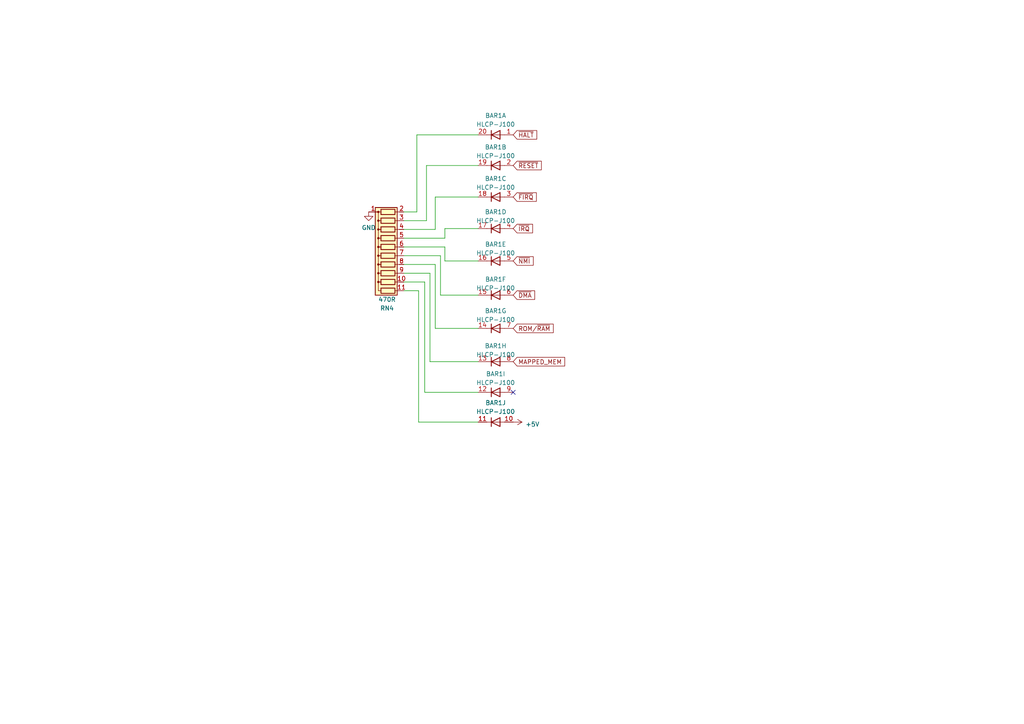
<source format=kicad_sch>
(kicad_sch (version 20230121) (generator eeschema)
  (paper "A4")
  (lib_symbols
    (symbol "Device:R_Network10" (pin_names (offset 0) hide)
      (property "Reference" "RN" (at -15.24 0 90))
      (property "Value" "R_Network10" (at 12.7 0 90))
      (symbol "R_Network10_0_1"
        (rectangle (start -13.97 -3.175) (end 11.43 3.175) (stroke (width 0.254)) (fill (type background)))
        (rectangle (start -13.462 1.524) (end -11.938 -2.54) (stroke (width 0.254)))
        (circle (center -12.7 2.286) (radius 0.254) (fill (type outline)))
        (rectangle (start -10.922 1.524) (end -9.398 -2.54) (stroke (width 0.254)))
        (circle (center -10.16 2.286) (radius 0.254) (fill (type outline)))
        (rectangle (start -8.382 1.524) (end -6.858 -2.54) (stroke (width 0.254)))
        (circle (center -7.62 2.286) (radius 0.254) (fill (type outline)))
        (rectangle (start -5.842 1.524) (end -4.318 -2.54) (stroke (width 0.254)))
        (circle (center -5.08 2.286) (radius 0.254) (fill (type outline)))
        (rectangle (start -3.302 1.524) (end -1.778 -2.54) (stroke (width 0.254)))
        (circle (center -2.54 2.286) (radius 0.254) (fill (type outline)))
        (rectangle (start -0.762 1.524) (end 0.762 -2.54) (stroke (width 0.254)))
        (polyline (pts (xy -12.7 -2.54) (xy -12.7 -3.81)))
        (polyline (pts (xy -10.16 -2.54) (xy -10.16 -3.81)))
        (polyline (pts (xy -7.62 -2.54) (xy -7.62 -3.81)))
        (polyline (pts (xy -5.08 -2.54) (xy -5.08 -3.81)))
        (polyline (pts (xy -2.54 -2.54) (xy -2.54 -3.81)))
        (polyline (pts (xy 0 -2.54) (xy 0 -3.81)))
        (polyline (pts (xy 2.54 -2.54) (xy 2.54 -3.81)))
        (polyline (pts (xy 5.08 -2.54) (xy 5.08 -3.81)))
        (polyline (pts (xy 7.62 -2.54) (xy 7.62 -3.81)))
        (polyline (pts (xy 10.16 -2.54) (xy 10.16 -3.81)))
        (polyline (pts (xy -12.7 1.524) (xy -12.7 2.286) (xy -10.16 2.286) (xy -10.16 1.524)))
        (polyline (pts (xy -10.16 1.524) (xy -10.16 2.286) (xy -7.62 2.286) (xy -7.62 1.524)))
        (polyline (pts (xy -7.62 1.524) (xy -7.62 2.286) (xy -5.08 2.286) (xy -5.08 1.524)))
        (polyline (pts (xy -5.08 1.524) (xy -5.08 2.286) (xy -2.54 2.286) (xy -2.54 1.524)))
        (polyline (pts (xy -2.54 1.524) (xy -2.54 2.286) (xy 0 2.286) (xy 0 1.524)))
        (polyline (pts (xy 0 1.524) (xy 0 2.286) (xy 2.54 2.286) (xy 2.54 1.524)))
        (polyline (pts (xy 2.54 1.524) (xy 2.54 2.286) (xy 5.08 2.286) (xy 5.08 1.524)))
        (polyline (pts (xy 5.08 1.524) (xy 5.08 2.286) (xy 7.62 2.286) (xy 7.62 1.524)))
        (polyline (pts (xy 7.62 1.524) (xy 7.62 2.286) (xy 10.16 2.286) (xy 10.16 1.524)))
        (circle (center 0 2.286) (radius 0.254) (fill (type outline)))
        (rectangle (start 1.778 1.524) (end 3.302 -2.54) (stroke (width 0.254)))
        (circle (center 2.54 2.286) (radius 0.254) (fill (type outline)))
        (rectangle (start 4.318 1.524) (end 5.842 -2.54) (stroke (width 0.254)))
        (circle (center 5.08 2.286) (radius 0.254) (fill (type outline)))
        (rectangle (start 6.858 1.524) (end 8.382 -2.54) (stroke (width 0.254)))
        (circle (center 7.62 2.286) (radius 0.254) (fill (type outline)))
        (rectangle (start 9.398 1.524) (end 10.922 -2.54) (stroke (width 0.254)))
      )
      (symbol "R_Network10_1_1"
        (pin passive line (at -12.7 5.08 270) (length 2.54) (name "common") (number "1"))
        (pin passive line (at 7.62 -5.08 90) (length 1.27) (name "R9") (number "10"))
        (pin passive line (at 10.16 -5.08 90) (length 1.27) (name "R10") (number "11"))
        (pin passive line (at -12.7 -5.08 90) (length 1.27) (name "R1") (number "2"))
        (pin passive line (at -10.16 -5.08 90) (length 1.27) (name "R2") (number "3"))
        (pin passive line (at -7.62 -5.08 90) (length 1.27) (name "R3") (number "4"))
        (pin passive line (at -5.08 -5.08 90) (length 1.27) (name "R4") (number "5"))
        (pin passive line (at -2.54 -5.08 90) (length 1.27) (name "R5") (number "6"))
        (pin passive line (at 0 -5.08 90) (length 1.27) (name "R6") (number "7"))
        (pin passive line (at 2.54 -5.08 90) (length 1.27) (name "R7") (number "8"))
        (pin passive line (at 5.08 -5.08 90) (length 1.27) (name "R8") (number "9"))
      )
    )
    (symbol "LED:HLCP-J100" (pin_names (offset 1.016) hide)
      (property "Reference" "BAR" (at 0 3.81 0))
      (property "Value" "HLCP-J100" (at 0 -3.81 0))
      (symbol "HLCP-J100_0_1"
        (polyline (pts (xy -2.54 0) (xy 2.54 0)))
        (polyline (pts (xy 1.27 -1.27) (xy 1.27 1.27)) (stroke (width 0.254)))
        (polyline (pts (xy -1.27 1.27) (xy -1.27 -1.27) (xy 1.27 0) (xy -1.27 1.27)) (stroke (width 0.254)))
      )
      (symbol "HLCP-J100_1_1"
        (pin passive line (at -5.08 0 0) (length 2.54) (name "A") (number "1"))
        (pin passive line (at 5.08 0 180) (length 2.54) (name "K") (number "20"))
      )
      (symbol "HLCP-J100_2_1"
        (pin passive line (at 5.08 0 180) (length 2.54) (name "K") (number "19"))
        (pin passive line (at -5.08 0 0) (length 2.54) (name "A") (number "2"))
      )
      (symbol "HLCP-J100_3_1"
        (pin passive line (at 5.08 0 180) (length 2.54) (name "K") (number "18"))
        (pin passive line (at -5.08 0 0) (length 2.54) (name "A") (number "3"))
      )
      (symbol "HLCP-J100_4_1"
        (pin passive line (at 5.08 0 180) (length 2.54) (name "K") (number "17"))
        (pin passive line (at -5.08 0 0) (length 2.54) (name "A") (number "4"))
      )
      (symbol "HLCP-J100_5_1"
        (pin passive line (at 5.08 0 180) (length 2.54) (name "K") (number "16"))
        (pin passive line (at -5.08 0 0) (length 2.54) (name "A") (number "5"))
      )
      (symbol "HLCP-J100_6_1"
        (pin passive line (at 5.08 0 180) (length 2.54) (name "K") (number "15"))
        (pin passive line (at -5.08 0 0) (length 2.54) (name "A") (number "6"))
      )
      (symbol "HLCP-J100_7_1"
        (pin passive line (at 5.08 0 180) (length 2.54) (name "K") (number "14"))
        (pin passive line (at -5.08 0 0) (length 2.54) (name "A") (number "7"))
      )
      (symbol "HLCP-J100_8_1"
        (pin passive line (at 5.08 0 180) (length 2.54) (name "K") (number "13"))
        (pin passive line (at -5.08 0 0) (length 2.54) (name "A") (number "8"))
      )
      (symbol "HLCP-J100_9_1"
        (pin passive line (at 5.08 0 180) (length 2.54) (name "K") (number "12"))
        (pin passive line (at -5.08 0 0) (length 2.54) (name "A") (number "9"))
      )
      (symbol "HLCP-J100_10_1"
        (pin passive line (at -5.08 0 0) (length 2.54) (name "A") (number "10"))
        (pin passive line (at 5.08 0 180) (length 2.54) (name "K") (number "11"))
      )
    )
    (symbol "power:+5V" (power) (pin_names (offset 0))
      (property "Value" "+5V" (at 0 3.556 0))
      (symbol "+5V_0_1"
        (polyline (pts (xy -0.762 1.27) (xy 0 2.54)))
        (polyline (pts (xy 0 0) (xy 0 2.54)))
        (polyline (pts (xy 0 2.54) (xy 0.762 1.27)))
      )
      (symbol "+5V_1_1"
        (pin power_in line (at 0 0 90) (length 0) hide (name "+5V") (number "1"))
      )
    )
    (symbol "power:GND" (power) (pin_names (offset 0))
      (property "Value" "GND" (at 0 -3.81 0))
      (symbol "GND_0_1"
        (polyline (pts (xy 0 0) (xy 0 -1.27) (xy 1.27 -1.27) (xy 0 -2.54) (xy -1.27 -1.27) (xy 0 -1.27)))
      )
      (symbol "GND_1_1"
        (pin power_in line (at 0 0 270) (length 0) hide (name "GND") (number "1"))
      )
    )
  )
  (no_connect (at 148.844 113.792))
  (wire (pts (xy 138.684 85.598) (xy 127.762 85.598)))
  (wire (pts (xy 138.684 104.902) (xy 124.714 104.902)))
  (wire (pts (xy 138.684 75.692) (xy 129.032 75.692)))
  (wire (pts (xy 123.698 64.008) (xy 117.094 64.008)))
  (wire (pts (xy 138.684 113.792) (xy 123.19 113.792)))
  (wire (pts (xy 129.032 75.692) (xy 129.032 71.628)))
  (wire (pts (xy 120.904 39.116) (xy 120.904 61.468)))
  (wire (pts (xy 126.238 57.15) (xy 126.238 66.548)))
  (wire (pts (xy 138.684 57.15) (xy 126.238 57.15)))
  (wire (pts (xy 123.19 113.792) (xy 123.19 81.788)))
  (wire (pts (xy 126.238 66.548) (xy 117.094 66.548)))
  (wire (pts (xy 123.698 48.006) (xy 123.698 64.008)))
  (wire (pts (xy 127.762 74.168) (xy 117.094 74.168)))
  (wire (pts (xy 126.238 76.708) (xy 117.094 76.708)))
  (wire (pts (xy 121.412 122.428) (xy 121.412 84.328)))
  (wire (pts (xy 138.684 95.25) (xy 126.238 95.25)))
  (wire (pts (xy 124.714 79.248) (xy 117.094 79.248)))
  (wire (pts (xy 123.19 81.788) (xy 117.094 81.788)))
  (wire (pts (xy 129.032 69.088) (xy 117.094 69.088)))
  (wire (pts (xy 129.032 66.294) (xy 129.032 69.088)))
  (wire (pts (xy 127.762 85.598) (xy 127.762 74.168)))
  (wire (pts (xy 138.684 66.294) (xy 129.032 66.294)))
  (wire (pts (xy 124.714 104.902) (xy 124.714 79.248)))
  (wire (pts (xy 138.684 48.006) (xy 123.698 48.006)))
  (wire (pts (xy 138.684 122.428) (xy 121.412 122.428)))
  (wire (pts (xy 138.684 39.116) (xy 120.904 39.116)))
  (wire (pts (xy 121.412 84.328) (xy 117.094 84.328)))
  (wire (pts (xy 129.032 71.628) (xy 117.094 71.628)))
  (wire (pts (xy 126.238 95.25) (xy 126.238 76.708)))
  (wire (pts (xy 120.904 61.468) (xy 117.094 61.468)))
  (global_label "~{HALT}" (shape input) (at 148.844 39.116 0) (property "Intersheetrefs" "${INTERSHEET_REFS}" (effects hide)))
  (global_label "~{NMI}" (shape input) (at 148.844 75.692 0) (property "Intersheetrefs" "${INTERSHEET_REFS}" (effects hide)))
  (global_label "~{RESET}" (shape input) (at 148.844 48.006 0) (property "Intersheetrefs" "${INTERSHEET_REFS}" (effects hide)))
  (global_label "MAPPED_MEM" (shape input) (at 148.844 104.902 0) (property "Intersheetrefs" "${INTERSHEET_REFS}" (effects hide)))
  (global_label "~{IRQ}" (shape input) (at 148.844 66.294 0) (property "Intersheetrefs" "${INTERSHEET_REFS}" (effects hide)))
  (global_label "ROM{slash}~{RAM}" (shape input) (at 148.844 95.25 0) (property "Intersheetrefs" "${INTERSHEET_REFS}" (effects hide)))
  (global_label "~{FIRQ}" (shape input) (at 148.844 57.15 0) (property "Intersheetrefs" "${INTERSHEET_REFS}" (effects hide)))
  (global_label "~{DMA}" (shape input) (at 148.844 85.598 0) (property "Intersheetrefs" "${INTERSHEET_REFS}" (effects hide)))
  (symbol (lib_id "LED:HLCP-J100") (at 143.764 104.902 0) (mirror y) (unit 8)
    (property "Reference" "BAR1" (at 143.764 100.33 0))
    (property "Value" "HLCP-J100" (at 143.764 102.87 0))
    (property "Footprint" "Display:HLCP-J100" (effects hide))
    (property "Datasheet" "https://docs.broadcom.com/docs/AV02-1798EN" (effects hide))
  )
  (symbol (lib_id "LED:HLCP-J100") (at 143.764 75.692 0) (mirror y) (unit 5)
    (property "Reference" "BAR1" (at 143.764 70.866 0))
    (property "Value" "HLCP-J100" (at 143.764 73.406 0))
    (property "Footprint" "Display:HLCP-J100" (effects hide))
    (property "Datasheet" "https://docs.broadcom.com/docs/AV02-1798EN" (effects hide))
  )
  (symbol (lib_id "LED:HLCP-J100") (at 143.764 66.294 0) (mirror y) (unit 4)
    (property "Reference" "BAR1" (at 143.764 61.468 0))
    (property "Value" "HLCP-J100" (at 143.764 64.008 0))
    (property "Footprint" "Display:HLCP-J100" (effects hide))
    (property "Datasheet" "https://docs.broadcom.com/docs/AV02-1798EN" (effects hide))
  )
  (symbol (lib_id "LED:HLCP-J100") (at 143.764 39.116 0) (mirror y) (unit 1)
    (property "Reference" "BAR1" (at 143.764 33.528 0))
    (property "Value" "HLCP-J100" (at 143.764 36.068 0))
    (property "Footprint" "Display:HLCP-J100" (effects hide))
    (property "Datasheet" "https://docs.broadcom.com/docs/AV02-1798EN" (effects hide))
  )
  (symbol (lib_id "LED:HLCP-J100") (at 143.764 57.15 0) (mirror y) (unit 3)
    (property "Reference" "BAR1" (at 143.764 51.816 0))
    (property "Value" "HLCP-J100" (at 143.764 54.356 0))
    (property "Footprint" "Display:HLCP-J100" (effects hide))
    (property "Datasheet" "https://docs.broadcom.com/docs/AV02-1798EN" (effects hide))
  )
  (symbol (lib_id "LED:HLCP-J100") (at 143.764 48.006 0) (mirror y) (unit 2)
    (property "Reference" "BAR1" (at 143.764 42.672 0))
    (property "Value" "HLCP-J100" (at 143.764 45.212 0))
    (property "Footprint" "Display:HLCP-J100" (effects hide))
    (property "Datasheet" "https://docs.broadcom.com/docs/AV02-1798EN" (effects hide))
  )
  (symbol (lib_id "Device:R_Network10") (at 112.014 74.168 90) (mirror x) (unit 1)
    (property "Reference" "RN4" (at 112.268 89.408 90))
    (property "Value" "470R" (at 112.268 86.868 90))
    (property "Footprint" "Resistor_THT:R_Array_SIP11" (effects hide))
    (property "Datasheet" "http://www.vishay.com/docs/31509/csc.pdf" (effects hide))
  )
  (symbol (lib_id "LED:HLCP-J100") (at 143.764 95.25 0) (mirror y) (unit 7)
    (property "Reference" "BAR1" (at 143.764 90.17 0))
    (property "Value" "HLCP-J100" (at 143.764 92.71 0))
    (property "Footprint" "Display:HLCP-J100" (effects hide))
    (property "Datasheet" "https://docs.broadcom.com/docs/AV02-1798EN" (effects hide))
  )
  (symbol (lib_id "LED:HLCP-J100") (at 143.764 113.792 0) (mirror y) (unit 9)
    (property "Reference" "BAR1" (at 143.764 108.458 0))
    (property "Value" "HLCP-J100" (at 143.764 110.998 0))
    (property "Footprint" "Display:HLCP-J100" (effects hide))
    (property "Datasheet" "https://docs.broadcom.com/docs/AV02-1798EN" (effects hide))
  )
  (symbol (lib_id "power:GND") (at 106.934 61.468 0) (unit 1)
    (property "Reference" "#PWR05" (effects hide))
    (property "Value" "GND" (at 106.934 66.04 0))
  )
  (symbol (lib_id "LED:HLCP-J100") (at 143.764 85.598 0) (mirror y) (unit 6)
    (property "Reference" "BAR1" (at 143.764 81.026 0))
    (property "Value" "HLCP-J100" (at 143.764 83.566 0))
    (property "Footprint" "Display:HLCP-J100" (effects hide))
    (property "Datasheet" "https://docs.broadcom.com/docs/AV02-1798EN" (effects hide))
  )
  (symbol (lib_id "LED:HLCP-J100") (at 143.764 122.428 0) (mirror y) (unit 10)
    (property "Reference" "BAR1" (at 143.764 116.84 0))
    (property "Value" "HLCP-J100" (at 143.764 119.38 0))
    (property "Footprint" "Display:HLCP-J100" (effects hide))
    (property "Datasheet" "https://docs.broadcom.com/docs/AV02-1798EN" (effects hide))
  )
  (symbol (lib_id "power:+5V") (at 148.844 122.428 270) (unit 1)
    (property "Reference" "#PWR06" (effects hide))
    (property "Value" "+5V" (at 152.4 123.063 90) (effects (justify left)))
  )
)
</source>
